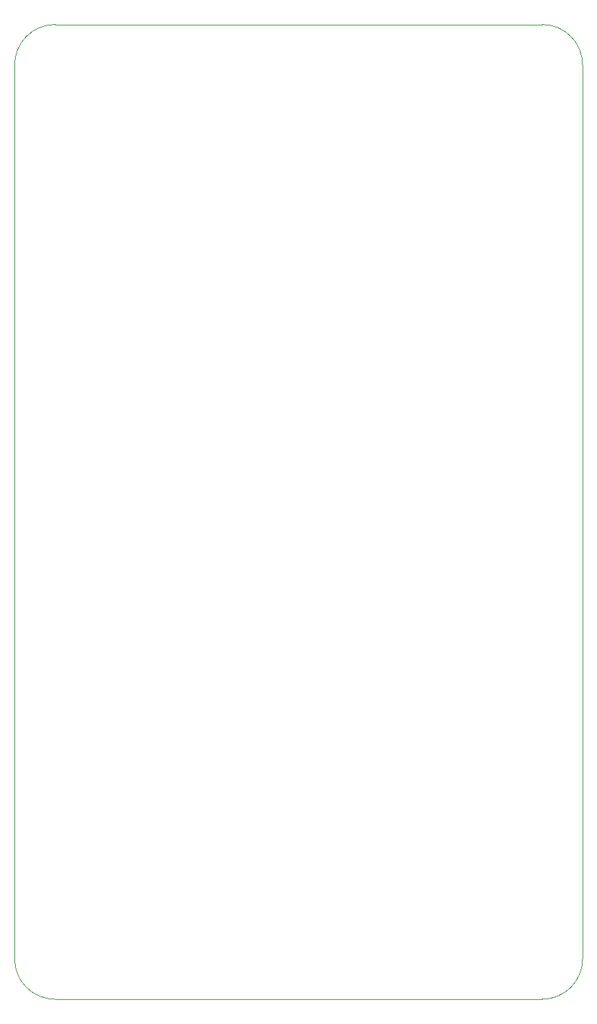
<source format=gm1>
%TF.GenerationSoftware,KiCad,Pcbnew,(6.0.7)*%
%TF.CreationDate,2023-03-12T18:49:50+01:00*%
%TF.ProjectId,Amon_board,416d6f6e-5f62-46f6-9172-642e6b696361,2.2*%
%TF.SameCoordinates,Original*%
%TF.FileFunction,Profile,NP*%
%FSLAX46Y46*%
G04 Gerber Fmt 4.6, Leading zero omitted, Abs format (unit mm)*
G04 Created by KiCad (PCBNEW (6.0.7)) date 2023-03-12 18:49:50*
%MOMM*%
%LPD*%
G01*
G04 APERTURE LIST*
%TA.AperFunction,Profile*%
%ADD10C,0.100000*%
%TD*%
G04 APERTURE END LIST*
D10*
X155000000Y-144000000D02*
G75*
G03*
X160000000Y-149000000I4969600J-30400D01*
G01*
X155000000Y-144000000D02*
X155000000Y-34000000D01*
X225000000Y-34000000D02*
X225000000Y-144000000D01*
X220000000Y-149000000D02*
G75*
G03*
X225000000Y-144000000I30400J4969600D01*
G01*
X160000000Y-29000000D02*
X220000000Y-29000000D01*
X220000000Y-149000000D02*
X160000000Y-149000000D01*
X225000000Y-34000000D02*
G75*
G03*
X220000000Y-29000000I-4969600J30400D01*
G01*
X160000000Y-29000000D02*
G75*
G03*
X155000000Y-34000000I-30360J-4969640D01*
G01*
M02*

</source>
